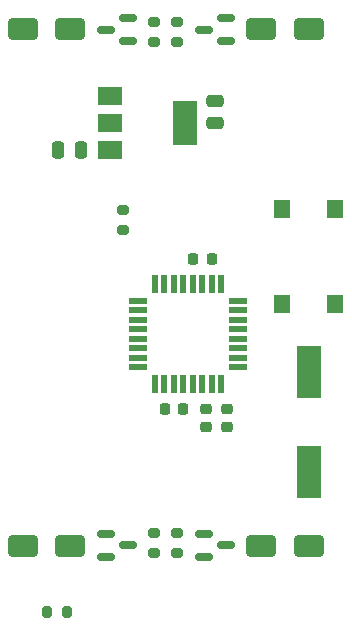
<source format=gtp>
G04 #@! TF.GenerationSoftware,KiCad,Pcbnew,7.0.8*
G04 #@! TF.CreationDate,2024-02-21T14:18:38-03:00*
G04 #@! TF.ProjectId,Drone PCB,44726f6e-6520-4504-9342-2e6b69636164,1.0*
G04 #@! TF.SameCoordinates,Original*
G04 #@! TF.FileFunction,Paste,Top*
G04 #@! TF.FilePolarity,Positive*
%FSLAX46Y46*%
G04 Gerber Fmt 4.6, Leading zero omitted, Abs format (unit mm)*
G04 Created by KiCad (PCBNEW 7.0.8) date 2024-02-21 14:18:38*
%MOMM*%
%LPD*%
G01*
G04 APERTURE LIST*
G04 Aperture macros list*
%AMRoundRect*
0 Rectangle with rounded corners*
0 $1 Rounding radius*
0 $2 $3 $4 $5 $6 $7 $8 $9 X,Y pos of 4 corners*
0 Add a 4 corners polygon primitive as box body*
4,1,4,$2,$3,$4,$5,$6,$7,$8,$9,$2,$3,0*
0 Add four circle primitives for the rounded corners*
1,1,$1+$1,$2,$3*
1,1,$1+$1,$4,$5*
1,1,$1+$1,$6,$7*
1,1,$1+$1,$8,$9*
0 Add four rect primitives between the rounded corners*
20,1,$1+$1,$2,$3,$4,$5,0*
20,1,$1+$1,$4,$5,$6,$7,0*
20,1,$1+$1,$6,$7,$8,$9,0*
20,1,$1+$1,$8,$9,$2,$3,0*%
G04 Aperture macros list end*
%ADD10RoundRect,0.250000X-1.000000X-0.650000X1.000000X-0.650000X1.000000X0.650000X-1.000000X0.650000X0*%
%ADD11RoundRect,0.200000X0.275000X-0.200000X0.275000X0.200000X-0.275000X0.200000X-0.275000X-0.200000X0*%
%ADD12RoundRect,0.225000X-0.250000X0.225000X-0.250000X-0.225000X0.250000X-0.225000X0.250000X0.225000X0*%
%ADD13R,0.550000X1.600000*%
%ADD14R,1.600000X0.550000*%
%ADD15RoundRect,0.150000X0.587500X0.150000X-0.587500X0.150000X-0.587500X-0.150000X0.587500X-0.150000X0*%
%ADD16R,1.400000X1.600000*%
%ADD17RoundRect,0.225000X-0.225000X-0.250000X0.225000X-0.250000X0.225000X0.250000X-0.225000X0.250000X0*%
%ADD18RoundRect,0.200000X-0.275000X0.200000X-0.275000X-0.200000X0.275000X-0.200000X0.275000X0.200000X0*%
%ADD19RoundRect,0.200000X-0.200000X-0.275000X0.200000X-0.275000X0.200000X0.275000X-0.200000X0.275000X0*%
%ADD20RoundRect,0.250000X0.250000X0.475000X-0.250000X0.475000X-0.250000X-0.475000X0.250000X-0.475000X0*%
%ADD21R,2.000000X1.500000*%
%ADD22R,2.000000X3.800000*%
%ADD23R,2.000000X4.500000*%
%ADD24RoundRect,0.250000X0.475000X-0.250000X0.475000X0.250000X-0.475000X0.250000X-0.475000X-0.250000X0*%
%ADD25RoundRect,0.150000X-0.587500X-0.150000X0.587500X-0.150000X0.587500X0.150000X-0.587500X0.150000X0*%
%ADD26RoundRect,0.250000X1.000000X0.650000X-1.000000X0.650000X-1.000000X-0.650000X1.000000X-0.650000X0*%
G04 APERTURE END LIST*
D10*
X135132500Y-70226000D03*
X139132500Y-70226000D03*
D11*
X146226900Y-71321000D03*
X146226900Y-69671000D03*
D12*
X152367000Y-102375000D03*
X152367000Y-103925000D03*
D13*
X146287000Y-100300000D03*
X147087000Y-100300000D03*
X147887000Y-100300000D03*
X148687000Y-100300000D03*
X149487000Y-100300000D03*
X150287000Y-100300000D03*
X151087000Y-100300000D03*
X151887000Y-100300000D03*
D14*
X153337000Y-98850000D03*
X153337000Y-98050000D03*
X153337000Y-97250000D03*
X153337000Y-96450000D03*
X153337000Y-95650000D03*
X153337000Y-94850000D03*
X153337000Y-94050000D03*
X153337000Y-93250000D03*
D13*
X151887000Y-91800000D03*
X151087000Y-91800000D03*
X150287000Y-91800000D03*
X149487000Y-91800000D03*
X148687000Y-91800000D03*
X147887000Y-91800000D03*
X147087000Y-91800000D03*
X146287000Y-91800000D03*
D14*
X144837000Y-93250000D03*
X144837000Y-94050000D03*
X144837000Y-94850000D03*
X144837000Y-95650000D03*
X144837000Y-96450000D03*
X144837000Y-97250000D03*
X144837000Y-98050000D03*
X144837000Y-98850000D03*
D15*
X144002200Y-71226000D03*
X144002200Y-69326000D03*
X142127200Y-70276000D03*
D16*
X157063000Y-93507000D03*
X157063000Y-85507000D03*
X161563000Y-93507000D03*
X161563000Y-85507000D03*
D17*
X147137000Y-102400000D03*
X148687000Y-102400000D03*
D18*
X148199100Y-112912000D03*
X148199100Y-114562000D03*
D15*
X152298800Y-71226000D03*
X152298800Y-69326000D03*
X150423800Y-70276000D03*
D19*
X137183000Y-119614000D03*
X138833000Y-119614000D03*
D12*
X150607000Y-102375000D03*
X150607000Y-103925000D03*
D18*
X143626000Y-85577000D03*
X143626000Y-87227000D03*
X146226900Y-112912000D03*
X146226900Y-114562000D03*
D20*
X140004000Y-80511002D03*
X138104000Y-80511002D03*
D21*
X142508000Y-75911000D03*
X142508000Y-78211000D03*
D22*
X148808000Y-78211000D03*
D21*
X142508000Y-80511000D03*
D11*
X148199100Y-71321000D03*
X148199100Y-69671000D03*
D23*
X159313000Y-99257000D03*
X159313000Y-107757000D03*
D24*
X151358000Y-78207000D03*
X151358000Y-76307000D03*
D25*
X150423800Y-113007000D03*
X150423800Y-114907000D03*
X152298800Y-113957000D03*
D10*
X135132500Y-114007000D03*
X139132500Y-114007000D03*
D26*
X159293500Y-114007000D03*
X155293500Y-114007000D03*
X159293500Y-70226000D03*
X155293500Y-70226000D03*
D25*
X142127200Y-113007000D03*
X142127200Y-114907000D03*
X144002200Y-113957000D03*
D17*
X149537000Y-89700000D03*
X151087000Y-89700000D03*
M02*

</source>
